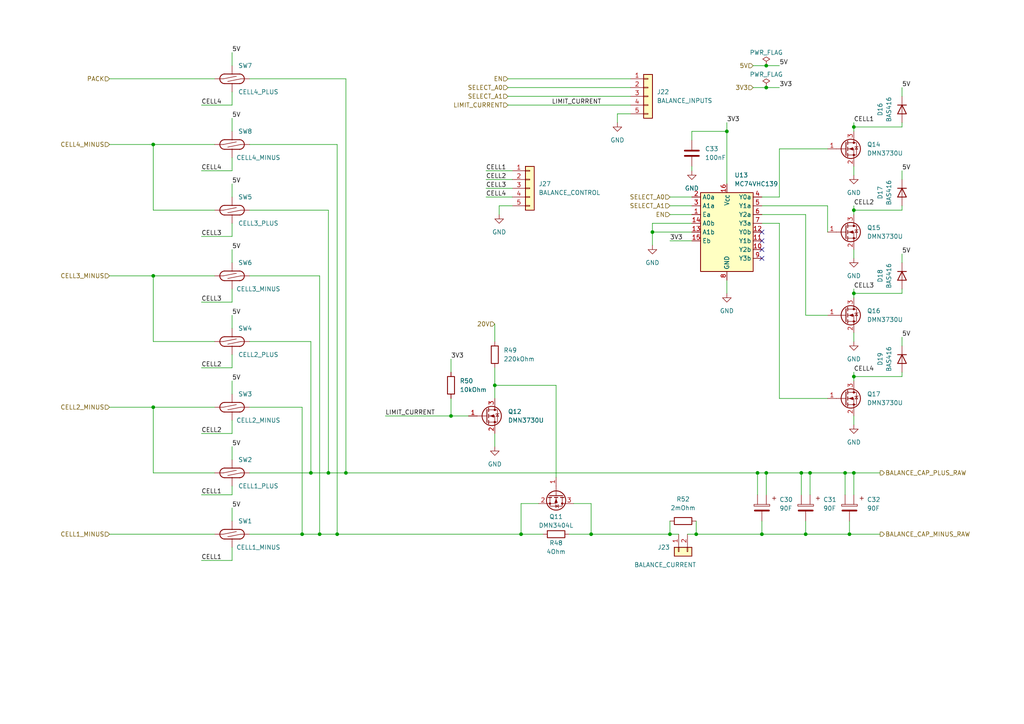
<source format=kicad_sch>
(kicad_sch (version 20230121) (generator eeschema)
  (paper "A4")
  (lib_symbols
    (symbol "benediktibk:BAS416" (pin_numbers hide) (pin_names (offset 1.016) hide)
      (property "Reference" "D" (at 0 2.54 0))
      (property "Value" "BAS416" (at 0 -2.54 0))
      (symbol "BAS416_0_1"
        (polyline (pts (xy -1.27 1.27) (xy -1.27 -1.27)) (stroke (width 0.254)))
        (polyline (pts (xy 1.27 0) (xy -1.27 0)))
        (polyline (pts (xy 1.27 1.27) (xy 1.27 -1.27) (xy -1.27 0) (xy 1.27 1.27)) (stroke (width 0.254)))
      )
      (symbol "BAS416_1_1"
        (pin passive line (at -3.81 0 0) (length 2.54) (name "K") (number "1"))
        (pin passive line (at 3.81 0 180) (length 2.54) (name "A") (number "2"))
      )
    )
    (symbol "benediktibk:C_100nF_SMD_0603_50V" (pin_numbers hide) (pin_names (offset 0.254))
      (property "Reference" "C" (at 0.635 2.54 0))
      (property "Value" "C_100nF_SMD_0603_50V" (at 0.635 -2.54 0))
      (symbol "C_100nF_SMD_0603_50V_0_1"
        (polyline (pts (xy -2.032 -0.762) (xy 2.032 -0.762)) (stroke (width 0.508)))
        (polyline (pts (xy -2.032 0.762) (xy 2.032 0.762)) (stroke (width 0.508)))
      )
      (symbol "C_100nF_SMD_0603_50V_1_1"
        (pin passive line (at 0 3.81 270) (length 2.794) (name "~") (number "1"))
        (pin passive line (at 0 -3.81 90) (length 2.794) (name "~") (number "2"))
      )
    )
    (symbol "benediktibk:C_90F_THT_4_2V" (pin_numbers hide) (pin_names (offset 0.254))
      (property "Reference" "C" (at -4.826 2.286 0))
      (property "Value" "C_90F_THT_4_2V" (at 0.635 -2.54 0))
      (symbol "C_90F_THT_4_2V_0_1"
        (rectangle (start -2.286 1.016) (end 2.286 0.508))
        (polyline (pts (xy -2.032 -0.762) (xy 2.032 -0.762)) (stroke (width 0.508)))
        (polyline (pts (xy 3.048 2.794) (xy 4.064 2.794)))
        (polyline (pts (xy 3.556 2.286) (xy 3.556 3.302)))
      )
      (symbol "C_90F_THT_4_2V_1_1"
        (pin passive line (at 0 -3.81 90) (length 2.794) (name "~") (number "1"))
        (pin passive line (at -1.27 3.81 270) (length 2.794) (name "~") (number "2"))
        (pin passive line (at 1.27 3.81 270) (length 2.794) (name "~") (number "3"))
      )
    )
    (symbol "benediktibk:Conn_01x02" (pin_names (offset 1.016) hide)
      (property "Reference" "J" (at 0 2.54 0))
      (property "Value" "Conn_01x02" (at 0 -5.08 0))
      (symbol "Conn_01x02_1_1"
        (rectangle (start 0 -3.683) (end 1.27 -3.937) (stroke (width 0.1524)))
        (rectangle (start 0 -1.143) (end 1.27 -1.397) (stroke (width 0.1524)))
        (rectangle (start 0 0) (end 2.54 -5.08) (stroke (width 0.254)) (fill (type background)))
        (pin passive line (at -3.81 -1.27 0) (length 3.81) (name "Pin_1") (number "1"))
        (pin passive line (at -3.81 -3.81 0) (length 3.81) (name "Pin_2") (number "2"))
      )
    )
    (symbol "benediktibk:Conn_01x05" (pin_names (offset 1.016) hide)
      (property "Reference" "J" (at 0 7.62 0))
      (property "Value" "Conn_01x05" (at 0 -7.62 0))
      (symbol "Conn_01x05_1_1"
        (rectangle (start -1.27 -4.953) (end 0 -5.207) (stroke (width 0.1524)))
        (rectangle (start -1.27 -2.413) (end 0 -2.667) (stroke (width 0.1524)))
        (rectangle (start -1.27 0.127) (end 0 -0.127) (stroke (width 0.1524)))
        (rectangle (start -1.27 2.667) (end 0 2.413) (stroke (width 0.1524)))
        (rectangle (start -1.27 5.207) (end 0 4.953) (stroke (width 0.1524)))
        (rectangle (start -1.27 6.35) (end 1.27 -6.35) (stroke (width 0.254)) (fill (type background)))
        (pin passive line (at -5.08 5.08 0) (length 3.81) (name "Pin_1") (number "1"))
        (pin passive line (at -5.08 2.54 0) (length 3.81) (name "Pin_2") (number "2"))
        (pin passive line (at -5.08 0 0) (length 3.81) (name "Pin_3") (number "3"))
        (pin passive line (at -5.08 -2.54 0) (length 3.81) (name "Pin_4") (number "4"))
        (pin passive line (at -5.08 -5.08 0) (length 3.81) (name "Pin_5") (number "5"))
      )
    )
    (symbol "benediktibk:DMN3404L" (pin_names (offset 0) hide)
      (property "Reference" "Q" (at 5.08 1.27 0))
      (property "Value" "DMN3404L" (at 5.08 -1.27 0))
      (symbol "DMN3404L_0_1"
        (polyline (pts (xy 0.254 0) (xy -2.54 0)))
        (polyline (pts (xy 0.254 1.905) (xy 0.254 -1.905)) (stroke (width 0.254)))
        (polyline (pts (xy 0.762 -1.27) (xy 0.762 -2.286)) (stroke (width 0.254)))
        (polyline (pts (xy 0.762 0.508) (xy 0.762 -0.508)) (stroke (width 0.254)))
        (polyline (pts (xy 0.762 2.286) (xy 0.762 1.27)) (stroke (width 0.254)))
        (polyline (pts (xy 2.54 2.54) (xy 2.54 1.778)))
        (polyline (pts (xy 2.54 -2.54) (xy 2.54 0) (xy 0.762 0)))
        (polyline (pts (xy 0.762 1.778) (xy 3.302 1.778) (xy 3.302 -1.778) (xy 0.762 -1.778)))
        (polyline (pts (xy 1.27 0) (xy 2.286 0.381) (xy 2.286 -0.381) (xy 1.27 0)) (fill (type outline)))
        (polyline (pts (xy 2.794 0.508) (xy 2.921 0.635) (xy 3.683 0.635) (xy 3.81 0.762)))
        (polyline (pts (xy 3.302 0.508) (xy 2.921 -0.127) (xy 3.683 -0.127) (xy 3.302 0.508)))
        (circle (center 1.651 0) (radius 2.794) (stroke (width 0.254)))
        (circle (center 2.54 -1.778) (radius 0.254) (fill (type outline)))
        (circle (center 2.54 1.778) (radius 0.254) (fill (type outline)))
      )
      (symbol "DMN3404L_1_1"
        (pin input line (at -5.08 0 0) (length 2.54) (name "G") (number "1"))
        (pin passive line (at 2.54 -5.08 90) (length 2.54) (name "S") (number "2"))
        (pin passive line (at 2.54 5.08 270) (length 2.54) (name "D") (number "3"))
      )
    )
    (symbol "benediktibk:DMN3730U" (pin_names (offset 0) hide)
      (property "Reference" "Q" (at 5.08 1.27 0))
      (property "Value" "DMN3730U" (at 5.08 -1.27 0))
      (symbol "DMN3730U_0_1"
        (polyline (pts (xy 0.254 0) (xy -2.54 0)))
        (polyline (pts (xy 0.254 1.905) (xy 0.254 -1.905)) (stroke (width 0.254)))
        (polyline (pts (xy 0.762 -1.27) (xy 0.762 -2.286)) (stroke (width 0.254)))
        (polyline (pts (xy 0.762 0.508) (xy 0.762 -0.508)) (stroke (width 0.254)))
        (polyline (pts (xy 0.762 2.286) (xy 0.762 1.27)) (stroke (width 0.254)))
        (polyline (pts (xy 2.54 2.54) (xy 2.54 1.778)))
        (polyline (pts (xy 2.54 -2.54) (xy 2.54 0) (xy 0.762 0)))
        (polyline (pts (xy 0.762 1.778) (xy 3.302 1.778) (xy 3.302 -1.778) (xy 0.762 -1.778)))
        (polyline (pts (xy 1.27 0) (xy 2.286 0.381) (xy 2.286 -0.381) (xy 1.27 0)) (fill (type outline)))
        (polyline (pts (xy 2.794 0.508) (xy 2.921 0.635) (xy 3.683 0.635) (xy 3.81 0.762)))
        (polyline (pts (xy 3.302 0.508) (xy 2.921 -0.127) (xy 3.683 -0.127) (xy 3.302 0.508)))
        (circle (center 1.651 0) (radius 2.794) (stroke (width 0.254)))
        (circle (center 2.54 -1.778) (radius 0.254) (fill (type outline)))
        (circle (center 2.54 1.778) (radius 0.254) (fill (type outline)))
      )
      (symbol "DMN3730U_1_1"
        (pin input line (at -5.08 0 0) (length 2.54) (name "G") (number "1"))
        (pin passive line (at 2.54 -5.08 90) (length 2.54) (name "S") (number "2"))
        (pin passive line (at 2.54 5.08 270) (length 2.54) (name "D") (number "3"))
      )
    )
    (symbol "benediktibk:MC74VHC139"
      (property "Reference" "U" (at -7.62 6.35 0))
      (property "Value" "MC74VHC139" (at 0 -12.7 90))
      (symbol "MC74VHC139_1_1"
        (rectangle (start -7.62 5.08) (end 7.62 -17.78) (stroke (width 0.254)) (fill (type background)))
        (pin input line (at -10.16 -1.27 0) (length 2.54) (name "Ea") (number "1"))
        (pin output line (at 10.16 -11.43 180) (length 2.54) (name "Y2b") (number "10"))
        (pin output line (at 10.16 -8.89 180) (length 2.54) (name "Y1b") (number "11"))
        (pin output line (at 10.16 -6.35 180) (length 2.54) (name "Y0b") (number "12"))
        (pin input line (at -10.16 -6.35 0) (length 2.54) (name "A1b") (number "13"))
        (pin input line (at -10.16 -3.81 0) (length 2.54) (name "A0b") (number "14"))
        (pin input line (at -10.16 -8.89 0) (length 2.54) (name "Eb") (number "15"))
        (pin power_in line (at 0 7.62 270) (length 2.54) (name "V_{CC}") (number "16"))
        (pin input line (at -10.16 3.81 0) (length 2.54) (name "A0a") (number "2"))
        (pin input line (at -10.16 1.27 0) (length 2.54) (name "A1a") (number "3"))
        (pin output line (at 10.16 3.81 180) (length 2.54) (name "Y0a") (number "4"))
        (pin output line (at 10.16 1.27 180) (length 2.54) (name "Y1a") (number "5"))
        (pin output line (at 10.16 -1.27 180) (length 2.54) (name "Y2a") (number "6"))
        (pin output line (at 10.16 -3.81 180) (length 2.54) (name "Y3a") (number "7"))
        (pin power_in line (at 0 -20.32 90) (length 2.54) (name "GND") (number "8"))
        (pin output line (at 10.16 -13.97 180) (length 2.54) (name "Y3b") (number "9"))
      )
    )
    (symbol "benediktibk:R_10kOhm_SMD_0603_100mW_1%" (pin_numbers hide) (pin_names (offset 0))
      (property "Reference" "R" (at 2.032 0 90))
      (property "Value" "R_10kOhm_SMD_0603_100mW_1%" (at -5.588 -1.016 90))
      (symbol "R_10kOhm_SMD_0603_100mW_1%_0_1"
        (rectangle (start -1.016 -2.54) (end 1.016 2.54) (stroke (width 0.254)))
      )
      (symbol "R_10kOhm_SMD_0603_100mW_1%_1_1"
        (pin passive line (at 0 3.81 270) (length 1.27) (name "~") (number "1"))
        (pin passive line (at 0 -3.81 90) (length 1.27) (name "~") (number "2"))
      )
    )
    (symbol "benediktibk:R_220kOhm_SMD_0603_100mW_1%" (pin_numbers hide) (pin_names (offset 0))
      (property "Reference" "R" (at 2.032 0 90))
      (property "Value" "R_220kOhm_SMD_0603_100mW_1%" (at -5.588 -1.016 90))
      (symbol "R_220kOhm_SMD_0603_100mW_1%_0_1"
        (rectangle (start -1.016 -2.54) (end 1.016 2.54) (stroke (width 0.254)))
      )
      (symbol "R_220kOhm_SMD_0603_100mW_1%_1_1"
        (pin passive line (at 0 3.81 270) (length 1.27) (name "~") (number "1"))
        (pin passive line (at 0 -3.81 90) (length 1.27) (name "~") (number "2"))
      )
    )
    (symbol "benediktibk:R_2mOhm_SMD_2512_5W_1%" (pin_numbers hide) (pin_names (offset 0))
      (property "Reference" "R" (at 2.032 0 90))
      (property "Value" "R_2mOhm_SMD_2512_5W_1%" (at -5.588 -1.016 90))
      (symbol "R_2mOhm_SMD_2512_5W_1%_0_1"
        (rectangle (start -1.016 -2.54) (end 1.016 2.54) (stroke (width 0.254)))
      )
      (symbol "R_2mOhm_SMD_2512_5W_1%_1_1"
        (pin passive line (at 0 3.81 270) (length 1.27) (name "~") (number "1"))
        (pin passive line (at 0 -3.81 90) (length 1.27) (name "~") (number "2"))
      )
    )
    (symbol "benediktibk:R_4Ohm_SMD_35W_1%" (pin_numbers hide) (pin_names (offset 0))
      (property "Reference" "R" (at 2.032 0 90))
      (property "Value" "R_4Ohm_SMD_35W_1%" (at -5.588 -1.016 90))
      (symbol "R_4Ohm_SMD_35W_1%_0_1"
        (rectangle (start -1.016 -2.54) (end 1.016 2.54) (stroke (width 0.254)))
      )
      (symbol "R_4Ohm_SMD_35W_1%_1_1"
        (pin passive line (at 0 3.81 270) (length 1.27) (name "~") (number "1"))
        (pin passive line (at 0 -3.81 90) (length 1.27) (name "~") (number "2"))
      )
    )
    (symbol "benediktibk:SIL05-1A72-BV669" (pin_numbers hide) (pin_names (offset 0) hide)
      (property "Reference" "SW" (at 1.778 2.54 0))
      (property "Value" "SIL05-1A72-BV669" (at 9.906 -2.54 0))
      (symbol "SIL05-1A72-BV669_0_0"
        (arc (start -2.159 1.397) (mid -3.55 0) (end -2.159 -1.397) (stroke (width 0.254)))
        (polyline (pts (xy -2.54 0) (xy 1.27 0.762)))
        (polyline (pts (xy -2.159 -1.397) (xy 2.286 -1.397)) (stroke (width 0.254)))
        (polyline (pts (xy 2.159 1.397) (xy -2.159 1.397)) (stroke (width 0.254)))
        (polyline (pts (xy 2.54 0) (xy -1.27 -0.762)))
        (arc (start 2.159 -1.397) (mid 3.55 0) (end 2.159 1.397) (stroke (width 0.254)))
      )
      (symbol "SIL05-1A72-BV669_1_1"
        (pin passive line (at -5.08 0 0) (length 2.54) (name "-") (number "1"))
        (pin passive line (at 0 3.81 270) (length 2.54) (name "+") (number "2"))
        (pin passive line (at 0 -3.81 90) (length 2.54) (name "-") (number "6"))
        (pin passive line (at 5.08 0 180) (length 2.54) (name "+") (number "7"))
      )
    )
    (symbol "power:GND" (power) (pin_names (offset 0))
      (property "Value" "GND" (at 0 -3.81 0))
      (symbol "GND_0_1"
        (polyline (pts (xy 0 0) (xy 0 -1.27) (xy 1.27 -1.27) (xy 0 -2.54) (xy -1.27 -1.27) (xy 0 -1.27)))
      )
      (symbol "GND_1_1"
        (pin power_in line (at 0 0 270) (length 0) hide (name "GND") (number "1"))
      )
    )
    (symbol "power:PWR_FLAG" (power) (pin_numbers hide) (pin_names (offset 0) hide)
      (property "Value" "PWR_FLAG" (at 0 3.81 0))
      (symbol "PWR_FLAG_0_0"
        (pin power_out line (at 0 0 90) (length 0) (name "pwr") (number "1"))
      )
      (symbol "PWR_FLAG_0_1"
        (polyline (pts (xy 0 0) (xy 0 1.27) (xy -1.016 1.905) (xy 0 2.54) (xy 1.016 1.905) (xy 0 1.27)))
      )
    )
  )
  (junction (at 234.95 137.16))
  (junction (at 87.63 154.94))
  (junction (at 44.45 80.01))
  (junction (at 246.38 154.94))
  (junction (at 194.31 154.94))
  (junction (at 247.65 85.09))
  (junction (at 189.23 67.31))
  (junction (at 92.71 154.94))
  (junction (at 233.68 154.94))
  (junction (at 247.65 109.22))
  (junction (at 222.25 137.16))
  (junction (at 201.93 154.94))
  (junction (at 151.13 154.94))
  (junction (at 44.45 118.11))
  (junction (at 95.25 137.16))
  (junction (at 222.25 25.4))
  (junction (at 219.71 137.16))
  (junction (at 100.33 137.16))
  (junction (at 220.98 154.94))
  (junction (at 143.51 111.76))
  (junction (at 222.25 19.05))
  (junction (at 247.65 137.16))
  (junction (at 130.81 120.65))
  (junction (at 44.45 41.91))
  (junction (at 90.17 137.16))
  (junction (at 210.82 38.1))
  (junction (at 171.45 154.94))
  (junction (at 245.11 137.16))
  (junction (at 247.65 60.96))
  (junction (at 232.41 137.16))
  (junction (at 97.79 154.94))
  (junction (at 247.65 36.83))
  (no_connect (at 220.98 72.39))
  (no_connect (at 220.98 67.31))
  (no_connect (at 220.98 74.93))
  (no_connect (at 220.98 69.85))
  (wire (pts (xy 234.95 137.16) (xy 234.95 143.51)))
  (wire (pts (xy 67.31 34.29) (xy 67.31 38.1)))
  (wire (pts (xy 220.98 57.15) (xy 226.06 57.15)))
  (wire (pts (xy 31.75 118.11) (xy 44.45 118.11)))
  (wire (pts (xy 58.42 30.48) (xy 67.31 30.48)))
  (wire (pts (xy 148.59 59.69) (xy 144.78 59.69)))
  (wire (pts (xy 220.98 62.23) (xy 233.68 62.23)))
  (wire (pts (xy 199.39 154.94) (xy 201.93 154.94)))
  (wire (pts (xy 31.75 80.01) (xy 44.45 80.01)))
  (wire (pts (xy 97.79 154.94) (xy 151.13 154.94)))
  (wire (pts (xy 247.65 109.22) (xy 261.62 109.22)))
  (wire (pts (xy 72.39 41.91) (xy 97.79 41.91)))
  (wire (pts (xy 247.65 96.52) (xy 247.65 99.06)))
  (wire (pts (xy 247.65 85.09) (xy 261.62 85.09)))
  (wire (pts (xy 58.42 125.73) (xy 67.31 125.73)))
  (wire (pts (xy 194.31 62.23) (xy 200.66 62.23)))
  (wire (pts (xy 143.51 111.76) (xy 143.51 115.57)))
  (wire (pts (xy 140.97 54.61) (xy 148.59 54.61)))
  (wire (pts (xy 87.63 154.94) (xy 92.71 154.94)))
  (wire (pts (xy 220.98 64.77) (xy 226.06 64.77)))
  (wire (pts (xy 233.68 151.13) (xy 233.68 154.94)))
  (wire (pts (xy 189.23 64.77) (xy 189.23 67.31)))
  (wire (pts (xy 247.65 59.69) (xy 247.65 60.96)))
  (wire (pts (xy 130.81 115.57) (xy 130.81 120.65)))
  (wire (pts (xy 58.42 49.53) (xy 67.31 49.53)))
  (wire (pts (xy 44.45 41.91) (xy 62.23 41.91)))
  (wire (pts (xy 62.23 60.96) (xy 44.45 60.96)))
  (wire (pts (xy 233.68 91.44) (xy 240.03 91.44)))
  (wire (pts (xy 92.71 80.01) (xy 92.71 154.94)))
  (wire (pts (xy 201.93 154.94) (xy 220.98 154.94)))
  (wire (pts (xy 218.44 19.05) (xy 222.25 19.05)))
  (wire (pts (xy 261.62 73.66) (xy 261.62 76.2)))
  (wire (pts (xy 222.25 25.4) (xy 226.06 25.4)))
  (wire (pts (xy 247.65 107.95) (xy 247.65 109.22)))
  (wire (pts (xy 210.82 81.28) (xy 210.82 85.09)))
  (wire (pts (xy 200.66 38.1) (xy 210.82 38.1)))
  (wire (pts (xy 246.38 154.94) (xy 255.27 154.94)))
  (wire (pts (xy 67.31 129.54) (xy 67.31 133.35)))
  (wire (pts (xy 220.98 154.94) (xy 233.68 154.94)))
  (wire (pts (xy 67.31 143.51) (xy 67.31 140.97)))
  (wire (pts (xy 31.75 22.86) (xy 62.23 22.86)))
  (wire (pts (xy 92.71 154.94) (xy 97.79 154.94)))
  (wire (pts (xy 90.17 137.16) (xy 95.25 137.16)))
  (wire (pts (xy 247.65 36.83) (xy 247.65 38.1)))
  (wire (pts (xy 62.23 99.06) (xy 44.45 99.06)))
  (wire (pts (xy 222.25 19.05) (xy 226.06 19.05)))
  (wire (pts (xy 233.68 62.23) (xy 233.68 91.44)))
  (wire (pts (xy 247.65 83.82) (xy 247.65 85.09)))
  (wire (pts (xy 31.75 154.94) (xy 62.23 154.94)))
  (wire (pts (xy 245.11 137.16) (xy 234.95 137.16)))
  (wire (pts (xy 222.25 137.16) (xy 222.25 143.51)))
  (wire (pts (xy 247.65 137.16) (xy 247.65 143.51)))
  (wire (pts (xy 194.31 69.85) (xy 200.66 69.85)))
  (wire (pts (xy 247.65 48.26) (xy 247.65 50.8)))
  (wire (pts (xy 194.31 154.94) (xy 196.85 154.94)))
  (wire (pts (xy 247.65 72.39) (xy 247.65 74.93)))
  (wire (pts (xy 44.45 60.96) (xy 44.45 41.91)))
  (wire (pts (xy 246.38 151.13) (xy 246.38 154.94)))
  (wire (pts (xy 95.25 137.16) (xy 100.33 137.16)))
  (wire (pts (xy 245.11 137.16) (xy 245.11 143.51)))
  (wire (pts (xy 67.31 53.34) (xy 67.31 57.15)))
  (wire (pts (xy 72.39 80.01) (xy 92.71 80.01)))
  (wire (pts (xy 261.62 35.56) (xy 261.62 36.83)))
  (wire (pts (xy 200.66 48.26) (xy 200.66 49.53)))
  (wire (pts (xy 67.31 49.53) (xy 67.31 45.72)))
  (wire (pts (xy 58.42 162.56) (xy 67.31 162.56)))
  (wire (pts (xy 140.97 49.53) (xy 148.59 49.53)))
  (wire (pts (xy 44.45 99.06) (xy 44.45 80.01)))
  (wire (pts (xy 72.39 60.96) (xy 95.25 60.96)))
  (wire (pts (xy 67.31 151.13) (xy 67.31 147.32)))
  (wire (pts (xy 261.62 107.95) (xy 261.62 109.22)))
  (wire (pts (xy 67.31 91.44) (xy 67.31 95.25)))
  (wire (pts (xy 247.65 60.96) (xy 261.62 60.96)))
  (wire (pts (xy 232.41 137.16) (xy 222.25 137.16)))
  (wire (pts (xy 147.32 25.4) (xy 182.88 25.4)))
  (wire (pts (xy 234.95 137.16) (xy 232.41 137.16)))
  (wire (pts (xy 226.06 64.77) (xy 226.06 115.57)))
  (wire (pts (xy 72.39 22.86) (xy 100.33 22.86)))
  (wire (pts (xy 151.13 154.94) (xy 157.48 154.94)))
  (wire (pts (xy 72.39 137.16) (xy 90.17 137.16)))
  (wire (pts (xy 72.39 118.11) (xy 87.63 118.11)))
  (wire (pts (xy 247.65 120.65) (xy 247.65 123.19)))
  (wire (pts (xy 87.63 118.11) (xy 87.63 154.94)))
  (wire (pts (xy 261.62 83.82) (xy 261.62 85.09)))
  (wire (pts (xy 226.06 115.57) (xy 240.03 115.57)))
  (wire (pts (xy 220.98 59.69) (xy 240.03 59.69)))
  (wire (pts (xy 171.45 146.05) (xy 171.45 154.94)))
  (wire (pts (xy 67.31 106.68) (xy 67.31 102.87)))
  (wire (pts (xy 130.81 120.65) (xy 135.89 120.65)))
  (wire (pts (xy 130.81 104.14) (xy 130.81 107.95)))
  (wire (pts (xy 255.27 137.16) (xy 247.65 137.16)))
  (wire (pts (xy 210.82 38.1) (xy 210.82 53.34)))
  (wire (pts (xy 143.51 125.73) (xy 143.51 129.54)))
  (wire (pts (xy 67.31 15.24) (xy 67.31 19.05)))
  (wire (pts (xy 72.39 99.06) (xy 90.17 99.06)))
  (wire (pts (xy 261.62 25.4) (xy 261.62 27.94)))
  (wire (pts (xy 189.23 67.31) (xy 189.23 71.12)))
  (wire (pts (xy 210.82 35.56) (xy 210.82 38.1)))
  (wire (pts (xy 97.79 41.91) (xy 97.79 154.94)))
  (wire (pts (xy 179.07 33.02) (xy 179.07 35.56)))
  (wire (pts (xy 226.06 43.18) (xy 226.06 57.15)))
  (wire (pts (xy 147.32 22.86) (xy 182.88 22.86)))
  (wire (pts (xy 72.39 154.94) (xy 87.63 154.94)))
  (wire (pts (xy 58.42 87.63) (xy 67.31 87.63)))
  (wire (pts (xy 58.42 68.58) (xy 67.31 68.58)))
  (wire (pts (xy 247.65 109.22) (xy 247.65 110.49)))
  (wire (pts (xy 247.65 36.83) (xy 261.62 36.83)))
  (wire (pts (xy 67.31 125.73) (xy 67.31 121.92)))
  (wire (pts (xy 67.31 162.56) (xy 67.31 158.75)))
  (wire (pts (xy 166.37 146.05) (xy 171.45 146.05)))
  (wire (pts (xy 161.29 138.43) (xy 161.29 111.76)))
  (wire (pts (xy 240.03 43.18) (xy 226.06 43.18)))
  (wire (pts (xy 58.42 106.68) (xy 67.31 106.68)))
  (wire (pts (xy 261.62 49.53) (xy 261.62 52.07)))
  (wire (pts (xy 261.62 97.79) (xy 261.62 100.33)))
  (wire (pts (xy 182.88 33.02) (xy 179.07 33.02)))
  (wire (pts (xy 111.76 120.65) (xy 130.81 120.65)))
  (wire (pts (xy 147.32 27.94) (xy 182.88 27.94)))
  (wire (pts (xy 171.45 154.94) (xy 194.31 154.94)))
  (wire (pts (xy 58.42 143.51) (xy 67.31 143.51)))
  (wire (pts (xy 201.93 151.13) (xy 201.93 154.94)))
  (wire (pts (xy 100.33 137.16) (xy 219.71 137.16)))
  (wire (pts (xy 219.71 137.16) (xy 219.71 143.51)))
  (wire (pts (xy 147.32 30.48) (xy 182.88 30.48)))
  (wire (pts (xy 220.98 151.13) (xy 220.98 154.94)))
  (wire (pts (xy 140.97 57.15) (xy 148.59 57.15)))
  (wire (pts (xy 194.31 57.15) (xy 200.66 57.15)))
  (wire (pts (xy 200.66 40.64) (xy 200.66 38.1)))
  (wire (pts (xy 62.23 137.16) (xy 44.45 137.16)))
  (wire (pts (xy 95.25 60.96) (xy 95.25 137.16)))
  (wire (pts (xy 67.31 72.39) (xy 67.31 76.2)))
  (wire (pts (xy 31.75 41.91) (xy 44.45 41.91)))
  (wire (pts (xy 240.03 59.69) (xy 240.03 67.31)))
  (wire (pts (xy 218.44 25.4) (xy 222.25 25.4)))
  (wire (pts (xy 67.31 110.49) (xy 67.31 114.3)))
  (wire (pts (xy 67.31 68.58) (xy 67.31 64.77)))
  (wire (pts (xy 261.62 59.69) (xy 261.62 60.96)))
  (wire (pts (xy 143.51 106.68) (xy 143.51 111.76)))
  (wire (pts (xy 232.41 137.16) (xy 232.41 143.51)))
  (wire (pts (xy 247.65 137.16) (xy 245.11 137.16)))
  (wire (pts (xy 161.29 111.76) (xy 143.51 111.76)))
  (wire (pts (xy 247.65 85.09) (xy 247.65 86.36)))
  (wire (pts (xy 67.31 30.48) (xy 67.31 26.67)))
  (wire (pts (xy 143.51 93.98) (xy 143.51 99.06)))
  (wire (pts (xy 44.45 118.11) (xy 62.23 118.11)))
  (wire (pts (xy 247.65 60.96) (xy 247.65 62.23)))
  (wire (pts (xy 219.71 137.16) (xy 222.25 137.16)))
  (wire (pts (xy 90.17 99.06) (xy 90.17 137.16)))
  (wire (pts (xy 67.31 87.63) (xy 67.31 83.82)))
  (wire (pts (xy 194.31 59.69) (xy 200.66 59.69)))
  (wire (pts (xy 247.65 35.56) (xy 247.65 36.83)))
  (wire (pts (xy 165.1 154.94) (xy 171.45 154.94)))
  (wire (pts (xy 200.66 64.77) (xy 189.23 64.77)))
  (wire (pts (xy 194.31 151.13) (xy 194.31 154.94)))
  (wire (pts (xy 44.45 80.01) (xy 62.23 80.01)))
  (wire (pts (xy 200.66 67.31) (xy 189.23 67.31)))
  (wire (pts (xy 233.68 154.94) (xy 246.38 154.94)))
  (wire (pts (xy 100.33 22.86) (xy 100.33 137.16)))
  (wire (pts (xy 44.45 137.16) (xy 44.45 118.11)))
  (wire (pts (xy 144.78 59.69) (xy 144.78 62.23)))
  (wire (pts (xy 140.97 52.07) (xy 148.59 52.07)))
  (wire (pts (xy 151.13 146.05) (xy 151.13 154.94)))
  (wire (pts (xy 156.21 146.05) (xy 151.13 146.05)))
  (label "5V" (at 261.62 97.79 0))
  (label "5V" (at 67.31 34.29 0))
  (label "CELL4" (at 247.65 107.95 0))
  (label "CELL2" (at 247.65 59.69 0))
  (label "3V3" (at 210.82 35.56 0))
  (label "CELL2" (at 58.42 106.68 0))
  (label "3V3" (at 194.31 69.85 0))
  (label "5V" (at 67.31 129.54 0))
  (label "CELL1" (at 58.42 162.56 0))
  (label "LIMIT_CURRENT" (at 160.02 30.48 0))
  (label "CELL2" (at 140.97 52.07 0))
  (label "CELL4" (at 140.97 57.15 0))
  (label "5V" (at 261.62 73.66 0))
  (label "3V3" (at 226.06 25.4 0))
  (label "CELL1" (at 247.65 35.56 0))
  (label "CELL3" (at 247.65 83.82 0))
  (label "5V" (at 226.06 19.05 0))
  (label "CELL1" (at 140.97 49.53 0))
  (label "5V" (at 67.31 53.34 0))
  (label "CELL4" (at 58.42 49.53 0))
  (label "5V" (at 67.31 72.39 0))
  (label "5V" (at 67.31 15.24 0))
  (label "3V3" (at 130.81 104.14 0))
  (label "CELL1" (at 58.42 143.51 0))
  (label "5V" (at 261.62 49.53 0))
  (label "CELL3" (at 140.97 54.61 0))
  (label "5V" (at 67.31 147.32 0))
  (label "5V" (at 67.31 91.44 0))
  (label "5V" (at 261.62 25.4 0))
  (label "CELL3" (at 58.42 68.58 0))
  (label "LIMIT_CURRENT" (at 111.76 120.65 0))
  (label "CELL2" (at 58.42 125.73 0))
  (label "CELL3" (at 58.42 87.63 0))
  (label "CELL4" (at 58.42 30.48 0))
  (label "5V" (at 67.31 110.49 0))
  (hierarchical_label "CELL3_MINUS" (shape input) (at 31.75 80.01 180))
  (hierarchical_label "3V3" (shape input) (at 218.44 25.4 180))
  (hierarchical_label "BALANCE_CAP_PLUS_RAW" (shape output) (at 255.27 137.16 0))
  (hierarchical_label "BALANCE_CAP_MINUS_RAW" (shape output) (at 255.27 154.94 0))
  (hierarchical_label "CELL4_MINUS" (shape input) (at 31.75 41.91 180))
  (hierarchical_label "EN" (shape input) (at 147.32 22.86 180))
  (hierarchical_label "CELL1_MINUS" (shape input) (at 31.75 154.94 180))
  (hierarchical_label "CELL2_MINUS" (shape input) (at 31.75 118.11 180))
  (hierarchical_label "SELECT_A1" (shape input) (at 147.32 27.94 180))
  (hierarchical_label "SELECT_A0" (shape input) (at 194.31 57.15 180))
  (hierarchical_label "LIMIT_CURRENT" (shape input) (at 147.32 30.48 180))
  (hierarchical_label "PACK" (shape input) (at 31.75 22.86 180))
  (hierarchical_label "20V" (shape input) (at 143.51 93.98 180))
  (hierarchical_label "5V" (shape input) (at 218.44 19.05 180))
  (hierarchical_label "SELECT_A0" (shape input) (at 147.32 25.4 180))
  (hierarchical_label "EN" (shape input) (at 194.31 62.23 180))
  (hierarchical_label "SELECT_A1" (shape input) (at 194.31 59.69 180))
  (symbol (lib_id "benediktibk:DMN3730U") (at 245.11 91.44 0) (unit 1)
    (property "Reference" "Q16" (at 251.46 90.17 0) (effects (justify left)))
    (property "Value" "DMN3730U" (at 251.46 92.71 0) (effects (justify left)))
    (property "Footprint" "benediktibk:SOT-23" (effects hide))
    (property "RS order number" "823-2946" (effects hide))
  )
  (symbol (lib_id "power:GND") (at 189.23 71.12 0) (unit 1)
    (property "Reference" "#PWR021" (effects hide))
    (property "Value" "GND" (at 189.23 76.2 0))
  )
  (symbol (lib_id "benediktibk:C_100nF_SMD_0603_50V") (at 200.66 44.45 0) (unit 1)
    (property "Reference" "C33" (at 204.47 43.18 0) (effects (justify left)))
    (property "Value" "100nF" (at 204.47 45.72 0) (effects (justify left)))
    (property "Footprint" "benediktibk:C_0603_1608Metric_Pad1.08x0.95mm_HandSolder" (effects hide))
    (property "RS order number" "242-7372" (effects hide))
  )
  (symbol (lib_id "benediktibk:DMN3730U") (at 245.11 43.18 0) (unit 1)
    (property "Reference" "Q14" (at 251.46 41.91 0) (effects (justify left)))
    (property "Value" "DMN3730U" (at 251.46 44.45 0) (effects (justify left)))
    (property "Footprint" "benediktibk:SOT-23" (effects hide))
    (property "RS order number" "823-2946" (effects hide))
  )
  (symbol (lib_id "power:GND") (at 179.07 35.56 0) (unit 1)
    (property "Reference" "#PWR019" (effects hide))
    (property "Value" "GND" (at 179.07 40.64 0))
  )
  (symbol (lib_id "power:GND") (at 200.66 49.53 0) (unit 1)
    (property "Reference" "#PWR030" (effects hide))
    (property "Value" "GND" (at 200.66 54.61 0))
  )
  (symbol (lib_id "benediktibk:R_10kOhm_SMD_0603_100mW_1%") (at 130.81 111.76 0) (unit 1)
    (property "Reference" "R50" (at 133.35 110.49 0) (effects (justify left)))
    (property "Value" "10kOhm" (at 133.35 113.03 0) (effects (justify left)))
    (property "Footprint" "benediktibk:R_0603_1608Metric_Pad0.98x0.95mm_HandSolder" (effects hide))
    (property "RS order number" "125-1173" (effects hide))
  )
  (symbol (lib_id "benediktibk:DMN3730U") (at 140.97 120.65 0) (unit 1)
    (property "Reference" "Q12" (at 147.32 119.38 0) (effects (justify left)))
    (property "Value" "DMN3730U" (at 147.32 121.92 0) (effects (justify left)))
    (property "Footprint" "benediktibk:SOT-23" (effects hide))
    (property "RS order number" "823-2946" (effects hide))
  )
  (symbol (lib_id "benediktibk:SIL05-1A72-BV669") (at 67.31 22.86 0) (unit 1)
    (property "Reference" "SW7" (at 71.12 19.05 0))
    (property "Value" "CELL4_PLUS" (at 74.93 26.67 0))
    (property "Footprint" "benediktibk:SIL05-1A72-BV669" (effects hide))
    (property "RS order number" "291-9669" (effects hide))
  )
  (symbol (lib_id "benediktibk:BAS416") (at 261.62 80.01 90) (mirror x) (unit 1)
    (property "Reference" "D18" (at 255.27 80.01 0))
    (property "Value" "BAS416" (at 257.81 80.01 0))
    (property "Footprint" "benediktibk:D_SOD-323" (effects hide))
    (property "RS order number" "508-286" (effects hide))
  )
  (symbol (lib_id "benediktibk:SIL05-1A72-BV669") (at 67.31 154.94 0) (unit 1)
    (property "Reference" "SW1" (at 71.12 151.13 0))
    (property "Value" "CELL1_MINUS" (at 74.93 158.75 0))
    (property "Footprint" "benediktibk:SIL05-1A72-BV669" (effects hide))
    (property "RS order number" "291-9669" (effects hide))
  )
  (symbol (lib_id "benediktibk:R_4Ohm_SMD_35W_1%") (at 161.29 154.94 90) (unit 1)
    (property "Reference" "R48" (at 161.29 157.48 90))
    (property "Value" "4Ohm" (at 161.29 160.02 90))
    (property "Footprint" "benediktibk:TO-263-resistor" (effects hide))
    (property "RS order number" " 796-2431" (effects hide))
  )
  (symbol (lib_id "benediktibk:R_2mOhm_SMD_2512_5W_1%") (at 198.12 151.13 270) (unit 1)
    (property "Reference" "R52" (at 198.12 144.78 90))
    (property "Value" "2mOhm" (at 198.12 147.32 90))
    (property "Footprint" "benediktibk:R_2512_6332Metric_Pad1.40x3.35mm_HandSolder" (effects hide))
    (property "RS order number" "231-3683" (effects hide))
    (instances (project "battery-management-system" (path "" (reference "R52") (unit 1)) (path "" (reference "R54") (unit 1))))
  )
  (symbol (lib_id "benediktibk:BAS416") (at 261.62 104.14 90) (mirror x) (unit 1)
    (property "Reference" "D19" (at 255.27 104.14 0))
    (property "Value" "BAS416" (at 257.81 104.14 0))
    (property "Footprint" "benediktibk:D_SOD-323" (effects hide))
    (property "RS order number" "508-286" (effects hide))
  )
  (symbol (lib_id "power:GND") (at 247.65 99.06 0) (unit 1)
    (property "Reference" "#PWR026" (effects hide))
    (property "Value" "GND" (at 247.65 104.14 0))
  )
  (symbol (lib_id "benediktibk:MC74VHC139") (at 210.82 60.96 0) (unit 1)
    (property "Reference" "U13" (at 213.0141 50.8 0) (effects (justify left)))
    (property "Value" "MC74VHC139" (at 213.0141 53.34 0) (effects (justify left)))
    (property "Footprint" "benediktibk:TSSOP-16_4.4x5mm_P0.65mm" (effects hide))
    (property "RS order number" "806-3917" (effects hide))
  )
  (symbol (lib_id "benediktibk:R_220kOhm_SMD_0603_100mW_1%") (at 143.51 102.87 0) (unit 1)
    (property "Reference" "R49" (at 146.05 101.6 0) (effects (justify left)))
    (property "Value" "220kOhm" (at 146.05 104.14 0) (effects (justify left)))
    (property "Footprint" "benediktibk:R_0603_1608Metric_Pad0.98x0.95mm_HandSolder" (effects hide))
    (property "RS order number" "678-9986" (effects hide))
  )
  (symbol (lib_id "benediktibk:SIL05-1A72-BV669") (at 67.31 41.91 0) (unit 1)
    (property "Reference" "SW8" (at 71.12 38.1 0))
    (property "Value" "CELL4_MINUS" (at 74.93 45.72 0))
    (property "Footprint" "benediktibk:SIL05-1A72-BV669" (effects hide))
    (property "RS order number" "291-9669" (effects hide))
  )
  (symbol (lib_id "benediktibk:DMN3730U") (at 245.11 67.31 0) (unit 1)
    (property "Reference" "Q15" (at 251.46 66.04 0) (effects (justify left)))
    (property "Value" "DMN3730U" (at 251.46 68.58 0) (effects (justify left)))
    (property "Footprint" "benediktibk:SOT-23" (effects hide))
    (property "RS order number" "823-2946" (effects hide))
  )
  (symbol (lib_id "benediktibk:Conn_01x05") (at 153.67 54.61 0) (unit 1)
    (property "Reference" "J27" (at 156.21 53.34 0) (effects (justify left)))
    (property "Value" "BALANCE_CONTROL" (at 156.21 55.88 0) (effects (justify left)))
    (property "Footprint" "benediktibk:PinHeader_1x05_P2.54mm_Vertical" (effects hide))
    (property "RS order number" "251-8121" (effects hide))
  )
  (symbol (lib_id "power:GND") (at 247.65 123.19 0) (unit 1)
    (property "Reference" "#PWR027" (effects hide))
    (property "Value" "GND" (at 247.65 128.27 0))
  )
  (symbol (lib_id "benediktibk:SIL05-1A72-BV669") (at 67.31 118.11 0) (unit 1)
    (property "Reference" "SW3" (at 71.12 114.3 0))
    (property "Value" "CELL2_MINUS" (at 74.93 121.92 0))
    (property "Footprint" "benediktibk:SIL05-1A72-BV669" (effects hide))
    (property "RS order number" "291-9669" (effects hide))
  )
  (symbol (lib_id "benediktibk:C_90F_THT_4_2V") (at 220.98 147.32 0) (unit 1)
    (property "Reference" "C30" (at 226.06 144.907 0) (effects (justify left)))
    (property "Value" "90F" (at 226.06 147.447 0) (effects (justify left)))
    (property "Footprint" "benediktibk:vishay_super_cap_form_g" (effects hide))
    (property "RS order number" "    875-6720" (effects hide))
  )
  (symbol (lib_id "benediktibk:Conn_01x02") (at 195.58 158.75 90) (mirror x) (unit 1)
    (property "Reference" "J23" (at 194.31 158.75 90) (effects (justify left)))
    (property "Value" "BALANCE_CURRENT" (at 201.93 163.83 90) (effects (justify left)))
    (property "Footprint" "benediktibk:PinHeader_1x02_P2.54mm_Vertical" (effects hide))
    (property "RS order number" "251-8086" (effects hide))
  )
  (symbol (lib_id "power:GND") (at 144.78 62.23 0) (unit 1)
    (property "Reference" "#PWR031" (effects hide))
    (property "Value" "GND" (at 144.78 67.31 0))
  )
  (symbol (lib_id "benediktibk:BAS416") (at 261.62 31.75 90) (mirror x) (unit 1)
    (property "Reference" "D16" (at 255.27 31.75 0))
    (property "Value" "BAS416" (at 257.81 31.75 0))
    (property "Footprint" "benediktibk:D_SOD-323" (effects hide))
    (property "RS order number" "508-286" (effects hide))
  )
  (symbol (lib_id "benediktibk:DMN3730U") (at 245.11 115.57 0) (unit 1)
    (property "Reference" "Q17" (at 251.46 114.3 0) (effects (justify left)))
    (property "Value" "DMN3730U" (at 251.46 116.84 0) (effects (justify left)))
    (property "Footprint" "benediktibk:SOT-23" (effects hide))
    (property "RS order number" "823-2946" (effects hide))
  )
  (symbol (lib_id "power:GND") (at 247.65 50.8 0) (unit 1)
    (property "Reference" "#PWR024" (effects hide))
    (property "Value" "GND" (at 247.65 55.88 0))
  )
  (symbol (lib_id "benediktibk:DMN3404L") (at 161.29 143.51 270) (unit 1)
    (property "Reference" "Q11" (at 161.29 149.86 90))
    (property "Value" "DMN3404L" (at 161.29 152.4 90))
    (property "Footprint" "benediktibk:SOT-23" (effects hide))
    (property "RS order number" " 751-4171" (effects hide))
  )
  (symbol (lib_id "power:GND") (at 210.82 85.09 0) (unit 1)
    (property "Reference" "#PWR020" (effects hide))
    (property "Value" "GND" (at 210.82 90.17 0))
  )
  (symbol (lib_id "power:GND") (at 247.65 74.93 0) (unit 1)
    (property "Reference" "#PWR025" (effects hide))
    (property "Value" "GND" (at 247.65 80.01 0))
  )
  (symbol (lib_id "benediktibk:C_90F_THT_4_2V") (at 246.38 147.32 0) (unit 1)
    (property "Reference" "C32" (at 251.46 144.907 0) (effects (justify left)))
    (property "Value" "90F" (at 251.46 147.447 0) (effects (justify left)))
    (property "Footprint" "benediktibk:vishay_super_cap_form_g" (effects hide))
    (property "RS order number" "    875-6720" (effects hide))
  )
  (symbol (lib_id "benediktibk:SIL05-1A72-BV669") (at 67.31 137.16 0) (unit 1)
    (property "Reference" "SW2" (at 71.12 133.35 0))
    (property "Value" "CELL1_PLUS" (at 74.93 140.97 0))
    (property "Footprint" "benediktibk:SIL05-1A72-BV669" (effects hide))
    (property "RS order number" "291-9669" (effects hide))
  )
  (symbol (lib_id "benediktibk:C_90F_THT_4_2V") (at 233.68 147.32 0) (unit 1)
    (property "Reference" "C31" (at 238.76 144.907 0) (effects (justify left)))
    (property "Value" "90F" (at 238.76 147.447 0) (effects (justify left)))
    (property "Footprint" "benediktibk:vishay_super_cap_form_g" (effects hide))
    (property "RS order number" "    875-6720" (effects hide))
  )
  (symbol (lib_id "power:PWR_FLAG") (at 222.25 25.4 0) (unit 1)
    (property "Reference" "#FLG01" (effects hide))
    (property "Value" "PWR_FLAG" (at 222.25 21.59 0))
    (instances (project "battery-management-system" (path "" (reference "#FLG01") (unit 1)) (path "" (reference "#FLG03") (unit 1))))
  )
  (symbol (lib_id "benediktibk:BAS416") (at 261.62 55.88 90) (mirror x) (unit 1)
    (property "Reference" "D17" (at 255.27 55.88 0))
    (property "Value" "BAS416" (at 257.81 55.88 0))
    (property "Footprint" "benediktibk:D_SOD-323" (effects hide))
    (property "RS order number" "508-286" (effects hide))
  )
  (symbol (lib_id "benediktibk:SIL05-1A72-BV669") (at 67.31 60.96 0) (unit 1)
    (property "Reference" "SW5" (at 71.12 57.15 0))
    (property "Value" "CELL3_PLUS" (at 74.93 64.77 0))
    (property "Footprint" "benediktibk:SIL05-1A72-BV669" (effects hide))
    (property "RS order number" "291-9669" (effects hide))
  )
  (symbol (lib_id "benediktibk:Conn_01x05") (at 187.96 27.94 0) (unit 1)
    (property "Reference" "J22" (at 190.5 26.67 0) (effects (justify left)))
    (property "Value" "BALANCE_INPUTS" (at 190.5 29.21 0) (effects (justify left)))
    (property "Footprint" "benediktibk:PinHeader_1x05_P2.54mm_Vertical" (effects hide))
    (property "RS order number" "251-8121" (effects hide))
  )
  (symbol (lib_id "power:PWR_FLAG") (at 222.25 19.05 0) (unit 1)
    (property "Reference" "#FLG01" (effects hide))
    (property "Value" "PWR_FLAG" (at 222.25 15.24 0))
    (instances (project "battery-management-system" (path "" (reference "#FLG01") (unit 1)) (path "" (reference "#FLG02") (unit 1))))
  )
  (symbol (lib_id "benediktibk:SIL05-1A72-BV669") (at 67.31 99.06 0) (unit 1)
    (property "Reference" "SW4" (at 71.12 95.25 0))
    (property "Value" "CELL2_PLUS" (at 74.93 102.87 0))
    (property "Footprint" "benediktibk:SIL05-1A72-BV669" (effects hide))
    (property "RS order number" "291-9669" (effects hide))
  )
  (symbol (lib_id "power:GND") (at 143.51 129.54 0) (unit 1)
    (property "Reference" "#PWR022" (effects hide))
    (property "Value" "GND" (at 143.51 134.62 0))
  )
  (symbol (lib_id "benediktibk:SIL05-1A72-BV669") (at 67.31 80.01 0) (unit 1)
    (property "Reference" "SW6" (at 71.12 76.2 0))
    (property "Value" "CELL3_MINUS" (at 74.93 83.82 0))
    (property "Footprint" "benediktibk:SIL05-1A72-BV669" (effects hide))
    (property "RS order number" "291-9669" (effects hide))
  )
)
</source>
